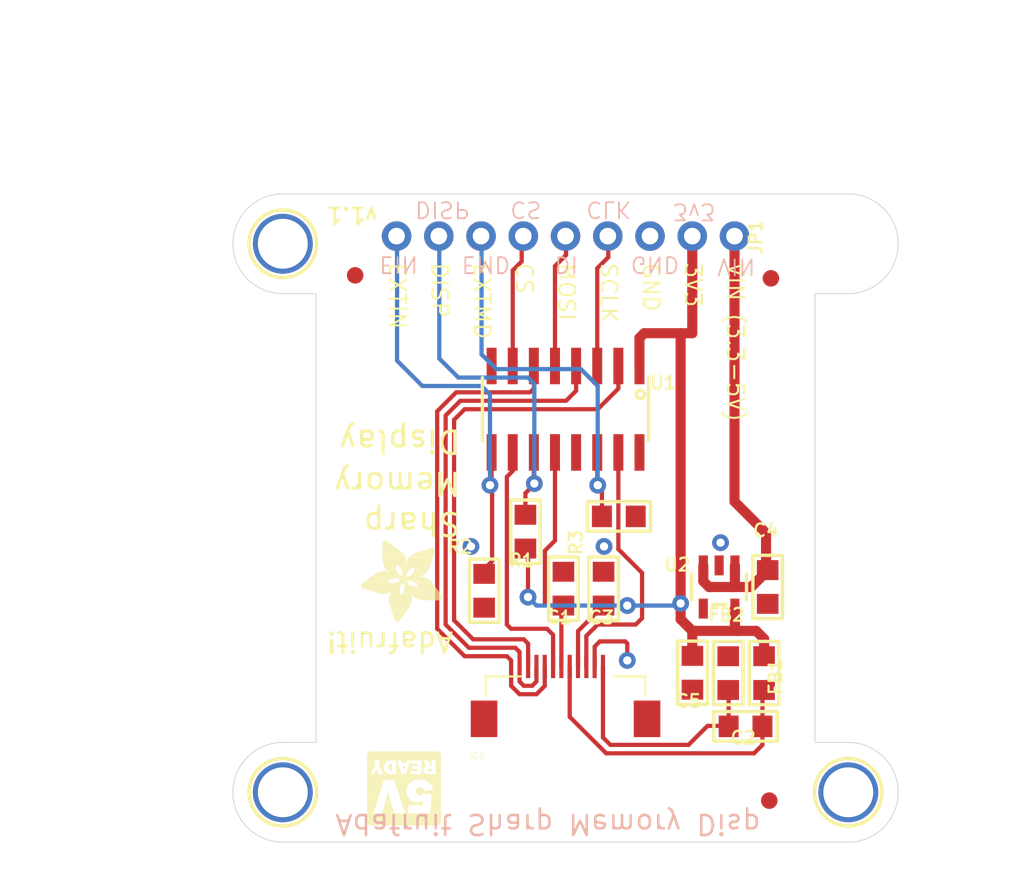
<source format=kicad_pcb>
(kicad_pcb (version 20171130) (host pcbnew 5.1.6-c6e7f7d~87~ubuntu18.04.1)
  (layers (0 Top signal) (1 Route2 signal) (2 Route3 signal) (3 Route4 signal) (4 Route5 signal) (5 Route6 signal) (6 Route7 signal) (7 Route8 signal) (8 Route9 signal) (9 Route10 signal) (10 Route11 signal) (11 Route12 signal) (12 Route13 signal) (13 Route14 signal) (14 Route15 signal) (31 Bottom signal) (34 B.Paste user) (35 F.Paste user) (36 B.SilkS user) (37 F.SilkS user) (38 B.Mask user) (39 F.Mask user) (44 Edge.Cuts user))
  (net 0 "")
  (net 1 AVDD)
  (net 2 AGND)
  (net 3 GND)
  (net 4 VIN)
  (net 5 3.3V)
  (net 6 /EXTMODE)
  (net 7 /DISP)
  (net 8 /EXTCOMIN)
  (net 9 /SCS)
  (net 10 /SI)
  (net 11 /SCLK)
  (net 12 /EXTCOMIN_5V)
  (net 13 /DISP_5V)
  (net 14 /EXTMODE_5V)
  (net 15 /SCS_5V)
  (net 16 /SI_5V)
  (net 17 /SCLK_5V)
  (net 18 "Net-(U2-Pad4)")
  (module Adafruit_SharpMemoryDisplay:MOUNTINGHOLE_3.0_PLATEDTHIN (layer Top) (at 135.8589 105.0064 180)
    (fp_text reference U$28 hide)
    (fp_text value MOUNTINGHOLE3.0THIN hide)
    (pad P$1 thru_hole circle (at 0 0 180) (size 3.6 3.6) (drill 3) (layers *.Cu *.Mask))
  )
  (module Adafruit_SharpMemoryDisplay:FPC_10PIN_52892-1095 (layer Top) (at 152.8589 130.4364)
    (fp_text reference IC1 (at -4.826 5.588) (layer F.SilkS) (effects (font (size 0.38608 0.38608) (thickness 0.030886)) (justify right bottom)))
    (fp_text value LS013B4DN04)
    (pad SUPPORT2 smd rect (at 4.9 3.15) (size 1.6 2.2) (layers Top F.Paste F.Mask))
    (pad SUPPORT1 smd rect (at -4.9 3.15) (size 1.6 2.2) (layers Top F.Paste F.Mask))
    (pad P$10 smd rect (at 2.25 0) (size 0.25 1.4) (layers Top F.Paste F.Mask) (net 2 AGND))
    (pad P$9 smd rect (at 1.75 0) (size 0.25 1.4) (layers Top F.Paste F.Mask) (net 3 GND))
    (pad P$8 smd rect (at 1.25 0) (size 0.25 1.4) (layers Top F.Paste F.Mask) (net 6 /EXTMODE))
    (pad P$7 smd rect (at 0.75 0) (size 0.25 1.4) (layers Top F.Paste F.Mask) (net 5 3.3V))
    (pad P$6 smd rect (at 0.25 0) (size 0.25 1.4) (layers Top F.Paste F.Mask) (net 1 AVDD))
    (pad P$5 smd rect (at -0.25 0) (size 0.25 1.4) (layers Top F.Paste F.Mask) (net 7 /DISP))
    (pad P$4 smd rect (at -0.75 0) (size 0.25 1.4) (layers Top F.Paste F.Mask) (net 8 /EXTCOMIN))
    (pad P$3 smd rect (at -1.25 0) (size 0.25 1.4) (layers Top F.Paste F.Mask) (net 9 /SCS))
    (pad P$2 smd rect (at -1.75 0) (size 0.25 1.4) (layers Top F.Paste F.Mask) (net 10 /SI))
    (pad P$1 smd rect (at -2.25 0) (size 0.25 1.4) (layers Top F.Paste F.Mask) (net 11 /SCLK))
  )
  (module Adafruit_SharpMemoryDisplay:1X09_ROUND_70 (layer Top) (at 152.8589 104.5464 180)
    (fp_text reference JP1 (at -11.8908 1.0632 90) (layer F.SilkS) (effects (font (size 0.77216 0.77216) (thickness 0.138988)) (justify right bottom)))
    (fp_text value HEADER-1X970MIL)
    (pad 9 thru_hole circle (at 10.16 0 270) (size 1.778 1.778) (drill 1) (layers *.Cu *.Mask) (net 12 /EXTCOMIN_5V))
    (pad 8 thru_hole circle (at 7.62 0 270) (size 1.778 1.778) (drill 1) (layers *.Cu *.Mask) (net 13 /DISP_5V))
    (pad 7 thru_hole circle (at 5.08 0 270) (size 1.778 1.778) (drill 1) (layers *.Cu *.Mask) (net 14 /EXTMODE_5V))
    (pad 6 thru_hole circle (at 2.54 0 270) (size 1.778 1.778) (drill 1) (layers *.Cu *.Mask) (net 15 /SCS_5V))
    (pad 5 thru_hole circle (at 0 0 270) (size 1.778 1.778) (drill 1) (layers *.Cu *.Mask) (net 16 /SI_5V))
    (pad 4 thru_hole circle (at -2.54 0 270) (size 1.778 1.778) (drill 1) (layers *.Cu *.Mask) (net 17 /SCLK_5V))
    (pad 3 thru_hole circle (at -5.08 0 270) (size 1.778 1.778) (drill 1) (layers *.Cu *.Mask) (net 3 GND))
    (pad 2 thru_hole circle (at -7.62 0 270) (size 1.778 1.778) (drill 1) (layers *.Cu *.Mask) (net 5 3.3V))
    (pad 1 thru_hole circle (at -10.16 0 270) (size 1.778 1.778) (drill 1) (layers *.Cu *.Mask) (net 4 VIN))
  )
  (module Adafruit_SharpMemoryDisplay:MOUNTINGHOLE_3.0_PLATEDTHIN (layer Top) (at 169.8589 138.0064 180)
    (fp_text reference U$21 hide)
    (fp_text value MOUNTINGHOLE3.0THIN hide)
    (pad P$1 thru_hole circle (at 0 0 180) (size 3.6 3.6) (drill 3) (layers *.Cu *.Mask))
  )
  (module Adafruit_SharpMemoryDisplay:MOUNTINGHOLE_3.0_PLATEDTHIN (layer Top) (at 135.8589 138.0064 180)
    (fp_text reference U$22 hide)
    (fp_text value MOUNTINGHOLE3.0THIN hide)
    (pad P$1 thru_hole circle (at 0 0 180) (size 3.6 3.6) (drill 3) (layers *.Cu *.Mask))
  )
  (module Adafruit_SharpMemoryDisplay:FIDUCIAL_1MM (layer Top) (at 140.2089 106.9064 180)
    (fp_text reference FID1 hide)
    (fp_text value FIDUCIAL"" hide)
    (pad 1 smd roundrect (at 0 0 180) (size 1 1) (layers Top F.Mask) (roundrect_rratio 0.5))
  )
  (module Adafruit_SharpMemoryDisplay:FIDUCIAL_1MM (layer Top) (at 165.1089 138.5064 180)
    (fp_text reference FID2 hide)
    (fp_text value FIDUCIAL"" hide)
    (pad 1 smd roundrect (at 0 0 180) (size 1 1) (layers Top F.Mask) (roundrect_rratio 0.5))
  )
  (module Adafruit_SharpMemoryDisplay:_0805 (layer Top) (at 150.4459 122.3264 90)
    (fp_text reference R1 (at -2.188 0.6005) (layer F.SilkS) (effects (font (size 0.77216 0.77216) (thickness 0.138988)) (justify right bottom)))
    (fp_text value 10K)
    (pad 2 smd rect (at 1.016 0 90) (size 1.2 1.3) (layers Top F.Paste F.Mask) (net 13 /DISP_5V))
    (pad 1 smd rect (at -1.016 0 90) (size 1.2 1.3) (layers Top F.Paste F.Mask) (net 5 3.3V))
  )
  (module Adafruit_SharpMemoryDisplay:_0805 (layer Top) (at 147.9639 125.8824 270)
    (fp_text reference R2 (at -2.188 0.6005) (layer F.SilkS) (effects (font (size 0.77216 0.77216) (thickness 0.138988)) (justify right bottom)))
    (fp_text value 10K)
    (pad 2 smd rect (at 1.016 0 270) (size 1.2 1.3) (layers Top F.Paste F.Mask) (net 3 GND))
    (pad 1 smd rect (at -1.016 0 270) (size 1.2 1.3) (layers Top F.Paste F.Mask) (net 12 /EXTCOMIN_5V))
  )
  (module Adafruit_SharpMemoryDisplay:_0805 (layer Top) (at 156.0629 121.4084 180)
    (fp_text reference R3 (at 2.13 -0.7275 90) (layer F.SilkS) (effects (font (size 0.77216 0.77216) (thickness 0.138988)) (justify right bottom)))
    (fp_text value 10K)
    (pad 2 smd rect (at 1.016 0 180) (size 1.2 1.3) (layers Top F.Paste F.Mask) (net 14 /EXTMODE_5V))
    (pad 1 smd rect (at -1.016 0 180) (size 1.2 1.3) (layers Top F.Paste F.Mask) (net 3 GND))
  )
  (module Adafruit_SharpMemoryDisplay:_0805 (layer Top) (at 152.7319 125.7554 90)
    (fp_text reference C1 (at -2.188 0.6005) (layer F.SilkS) (effects (font (size 0.77216 0.77216) (thickness 0.138988)) (justify right bottom)))
    (fp_text value 0.1µF)
    (pad 2 smd rect (at 1.016 0 90) (size 1.2 1.3) (layers Top F.Paste F.Mask) (net 3 GND))
    (pad 1 smd rect (at -1.016 0 90) (size 1.2 1.3) (layers Top F.Paste F.Mask) (net 7 /DISP))
  )
  (module Adafruit_SharpMemoryDisplay:_0805 (layer Top) (at 163.6829 134.0394 180)
    (fp_text reference C2 (at -0.6985 -1.143) (layer F.SilkS) (effects (font (size 0.77216 0.77216) (thickness 0.138988)) (justify right bottom)))
    (fp_text value 1µF)
    (pad 2 smd rect (at 1.016 0 180) (size 1.2 1.3) (layers Top F.Paste F.Mask) (net 2 AGND))
    (pad 1 smd rect (at -1.016 0 180) (size 1.2 1.3) (layers Top F.Paste F.Mask) (net 1 AVDD))
  )
  (module Adafruit_SharpMemoryDisplay:_0805 (layer Top) (at 155.1449 125.7554 90)
    (fp_text reference C3 (at -2.188 0.7275) (layer F.SilkS) (effects (font (size 0.77216 0.77216) (thickness 0.138988)) (justify right bottom)))
    (fp_text value 1µF)
    (pad 2 smd rect (at 1.016 0 90) (size 1.2 1.3) (layers Top F.Paste F.Mask) (net 3 GND))
    (pad 1 smd rect (at -1.016 0 90) (size 1.2 1.3) (layers Top F.Paste F.Mask) (net 5 3.3V))
  )
  (module Adafruit_SharpMemoryDisplay:_0805 (layer Top) (at 164.7969 130.8354 270)
    (fp_text reference FB1 (at -0.9525 -1.143 90) (layer F.SilkS) (effects (font (size 0.77216 0.77216) (thickness 0.138988)) (justify right bottom)))
    (fp_text value FERRITE_0805)
    (pad 2 smd rect (at 1.016 0 270) (size 1.2 1.3) (layers Top F.Paste F.Mask) (net 1 AVDD))
    (pad 1 smd rect (at -1.016 0 270) (size 1.2 1.3) (layers Top F.Paste F.Mask) (net 5 3.3V))
  )
  (module Adafruit_SharpMemoryDisplay:_0805 (layer Top) (at 162.6379 130.8354 270)
    (fp_text reference FB2 (at -3.05 -1.0705) (layer F.SilkS) (effects (font (size 0.77216 0.77216) (thickness 0.138988)) (justify right bottom)))
    (fp_text value FERRITE_0805)
    (pad 2 smd rect (at 1.016 0 270) (size 1.2 1.3) (layers Top F.Paste F.Mask) (net 2 AGND))
    (pad 1 smd rect (at -1.016 0 270) (size 1.2 1.3) (layers Top F.Paste F.Mask) (net 3 GND))
  )
  (module Adafruit_SharpMemoryDisplay:SOIC16 (layer Top) (at 152.8589 114.9604 180)
    (fp_text reference U1 (at -6.731 1.143) (layer F.SilkS) (effects (font (size 0.77216 0.77216) (thickness 0.138988)) (justify right bottom)))
    (fp_text value 74HC4050D)
    (pad 16 smd rect (at -4.445 -2.6 180) (size 0.6 2.2) (layers Top F.Paste F.Mask))
    (pad 15 smd rect (at -3.175 -2.6 180) (size 0.6 2.2) (layers Top F.Paste F.Mask) (net 6 /EXTMODE))
    (pad 8 smd rect (at 4.445 2.6 180) (size 0.6 2.2) (layers Top F.Paste F.Mask) (net 3 GND))
    (pad 10 smd rect (at 3.175 -2.6 180) (size 0.6 2.2) (layers Top F.Paste F.Mask) (net 8 /EXTCOMIN))
    (pad 7 smd rect (at 3.175 2.6 180) (size 0.6 2.2) (layers Top F.Paste F.Mask) (net 15 /SCS_5V))
    (pad 5 smd rect (at 0.635 2.6 180) (size 0.6 2.2) (layers Top F.Paste F.Mask) (net 16 /SI_5V))
    (pad 9 smd rect (at 4.445 -2.6 180) (size 0.6 2.2) (layers Top F.Paste F.Mask) (net 12 /EXTCOMIN_5V))
    (pad 6 smd rect (at 1.905 2.6 180) (size 0.6 2.2) (layers Top F.Paste F.Mask) (net 9 /SCS))
    (pad 11 smd rect (at 1.905 -2.6 180) (size 0.6 2.2) (layers Top F.Paste F.Mask) (net 13 /DISP_5V))
    (pad 12 smd rect (at 0.635 -2.6 180) (size 0.6 2.2) (layers Top F.Paste F.Mask) (net 7 /DISP))
    (pad 14 smd rect (at -1.905 -2.6 180) (size 0.6 2.2) (layers Top F.Paste F.Mask) (net 14 /EXTMODE_5V))
    (pad 4 smd rect (at -0.635 2.6 180) (size 0.6 2.2) (layers Top F.Paste F.Mask) (net 10 /SI))
    (pad 3 smd rect (at -1.905 2.6 180) (size 0.6 2.2) (layers Top F.Paste F.Mask) (net 17 /SCLK_5V))
    (pad 1 smd rect (at -4.445 2.6 180) (size 0.6 2.2) (layers Top F.Paste F.Mask) (net 5 3.3V))
    (pad 13 smd rect (at -0.635 -2.6 180) (size 0.6 2.2) (layers Top F.Paste F.Mask))
    (pad 2 smd rect (at -3.175 2.6 180) (size 0.6 2.2) (layers Top F.Paste F.Mask) (net 11 /SCLK))
  )
  (module Adafruit_SharpMemoryDisplay:SOT23-5 (layer Top) (at 162.0919 125.6554 180)
    (fp_text reference U2 (at 1.651 0.889) (layer F.SilkS) (effects (font (size 0.77216 0.77216) (thickness 0.138988)) (justify right bottom)))
    (fp_text value MCP1824T-3302E/OT)
    (pad 5 smd rect (at -0.95 -1.3001 180) (size 0.55 1.2) (layers Top F.Paste F.Mask) (net 5 3.3V))
    (pad 4 smd rect (at 0.95 -1.3001 180) (size 0.55 1.2) (layers Top F.Paste F.Mask) (net 18 "Net-(U2-Pad4)"))
    (pad 3 smd rect (at 0.95 1.3001 180) (size 0.55 1.2) (layers Top F.Paste F.Mask) (net 4 VIN))
    (pad 2 smd rect (at 0 1.3001 180) (size 0.55 1.2) (layers Top F.Paste F.Mask) (net 3 GND))
    (pad 1 smd rect (at -0.95 1.3001 180) (size 0.55 1.2) (layers Top F.Paste F.Mask) (net 4 VIN))
  )
  (module Adafruit_SharpMemoryDisplay:_0805 (layer Top) (at 165.0129 125.6554 270)
    (fp_text reference C4 (at -2.95 -0.7275) (layer F.SilkS) (effects (font (size 0.77216 0.77216) (thickness 0.138988)) (justify right bottom)))
    (fp_text value 10µF)
    (pad 2 smd rect (at 1.016 0 270) (size 1.2 1.3) (layers Top F.Paste F.Mask) (net 3 GND))
    (pad 1 smd rect (at -1.016 0 270) (size 1.2 1.3) (layers Top F.Paste F.Mask) (net 4 VIN))
  )
  (module Adafruit_SharpMemoryDisplay:_0805 (layer Top) (at 160.4879 130.8174 270)
    (fp_text reference C5 (at 2.157 -0.6095) (layer F.SilkS) (effects (font (size 0.77216 0.77216) (thickness 0.138988)) (justify right bottom)))
    (fp_text value 10µF)
    (pad 2 smd rect (at 1.016 0 270) (size 1.2 1.3) (layers Top F.Paste F.Mask) (net 3 GND))
    (pad 1 smd rect (at -1.016 0 270) (size 1.2 1.3) (layers Top F.Paste F.Mask) (net 5 3.3V))
  )
  (module Adafruit_SharpMemoryDisplay:ADAFRUIT_5MM (layer Top) (at 145.4409 122.8744 180)
    (fp_text reference U$29 hide)
    (fp_text value "" hide)
  )
  (module Adafruit_SharpMemoryDisplay:LOGIC_5VREADY_5MM (layer Top) (at 145.6489 135.2804 180)
    (fp_text reference U$19 hide)
    (fp_text value "" hide)
  )
  (module Adafruit_SharpMemoryDisplay:FIDUCIAL_1MM (layer Top) (at 165.2069 107.0864 180)
    (fp_text reference FID3 hide)
    (fp_text value FIDUCIAL"" hide)
    (pad 1 smd roundrect (at 0 0 180) (size 1 1) (layers Top F.Mask) (roundrect_rratio 0.5))
  )
  (gr_text "VIN (3.3-5V)" (at 162.5109 106.0704 270) (layer F.SilkS) (effects (font (size 0.9652 0.9652) (thickness 0.12192)) (justify left bottom)))
  (gr_text 3V3 (at 159.9709 106.0704 270) (layer F.SilkS) (effects (font (size 0.9652 0.9652) (thickness 0.12192)) (justify left bottom)))
  (gr_text GND (at 157.4309 106.0704 270) (layer F.SilkS) (effects (font (size 0.9652 0.9652) (thickness 0.12192)) (justify left bottom)))
  (gr_text SCLK (at 154.8909 106.0704 270) (layer F.SilkS) (effects (font (size 0.9652 0.9652) (thickness 0.12192)) (justify left bottom)))
  (gr_text MOSI (at 152.3509 106.0704 270) (layer F.SilkS) (effects (font (size 0.9652 0.9652) (thickness 0.12192)) (justify left bottom)))
  (gr_text CS (at 149.8109 106.0704 270) (layer F.SilkS) (effects (font (size 0.9652 0.9652) (thickness 0.12192)) (justify left bottom)))
  (gr_text EXTIN (at 142.1909 106.0704 270) (layer F.SilkS) (effects (font (size 0.9652 0.9652) (thickness 0.12192)) (justify left bottom)))
  (gr_text EXTMD (at 147.2709 106.0704 270) (layer F.SilkS) (effects (font (size 0.9652 0.9652) (thickness 0.12192)) (justify left bottom)))
  (gr_text DISP (at 144.7309 106.0704 270) (layer F.SilkS) (effects (font (size 0.9652 0.9652) (thickness 0.12192)) (justify left bottom)))
  (gr_text Sharp (at 146.6419 121.0484 180) (layer F.SilkS) (effects (font (size 1.35128 1.35128) (thickness 0.184912)) (justify left bottom)))
  (gr_text Adafruit! (at 138.3989 129.6584 180) (layer F.SilkS) (effects (font (size 1.2065 1.2065) (thickness 0.1651)) (justify right top)))
  (gr_arc (start 169.8589 105.0064) (end 172.8589 105.0064) (angle 90) (layer Edge.Cuts) (width 0.05))
  (gr_line (start 169.8589 108.0064) (end 167.8589 108.0064) (layer Edge.Cuts) (width 0.05))
  (gr_line (start 167.8589 108.0064) (end 167.8589 135.0064) (layer Edge.Cuts) (width 0.05))
  (gr_line (start 167.8589 135.0064) (end 169.8589 135.0064) (layer Edge.Cuts) (width 0.05))
  (gr_arc (start 169.8589 138.0064) (end 169.8589 135.0064) (angle 90) (layer Edge.Cuts) (width 0.05))
  (gr_arc (start 169.8589 138.0064) (end 172.8589 138.0064) (angle 90) (layer Edge.Cuts) (width 0.05))
  (gr_line (start 169.8589 141.0064) (end 135.8589 141.0064) (layer Edge.Cuts) (width 0.05))
  (gr_arc (start 135.8589 138.0064) (end 135.8589 141.0064) (angle 90) (layer Edge.Cuts) (width 0.05))
  (gr_arc (start 135.8589 138.0064) (end 132.8589 138.0064) (angle 90) (layer Edge.Cuts) (width 0.05))
  (gr_line (start 135.8589 135.0064) (end 137.8589 135.0064) (layer Edge.Cuts) (width 0.05))
  (gr_line (start 137.8589 135.0064) (end 137.8589 108.0064) (layer Edge.Cuts) (width 0.05))
  (gr_line (start 137.8589 108.0064) (end 135.8589 108.0064) (layer Edge.Cuts) (width 0.05))
  (gr_arc (start 135.8589 105.0064) (end 135.8589 108.0064) (angle 90) (layer Edge.Cuts) (width 0.05))
  (gr_arc (start 135.8589 105.0064) (end 132.8589 105.0064) (angle 90) (layer Edge.Cuts) (width 0.05))
  (gr_line (start 135.8589 102.0064) (end 169.8589 102.0064) (layer Edge.Cuts) (width 0.05))
  (gr_arc (start 169.8589 105.0064) (end 169.8589 102.0064) (angle 90) (layer Edge.Cuts) (width 0.05))
  (gr_text v1.1 (at 141.6569 102.7354 180) (layer F.SilkS) (effects (font (size 0.9652 0.9652) (thickness 0.16256)) (justify left bottom)))
  (gr_text VIN (at 161.9049 105.8164 180) (layer B.SilkS) (effects (font (size 0.9652 0.9652) (thickness 0.1016)) (justify left bottom mirror)))
  (gr_text 3v3 (at 159.2379 102.5144 180) (layer B.SilkS) (effects (font (size 0.9652 0.9652) (thickness 0.1016)) (justify left bottom mirror)))
  (gr_text GND (at 156.6979 105.6894 180) (layer B.SilkS) (effects (font (size 0.9652 0.9652) (thickness 0.1016)) (justify left bottom mirror)))
  (gr_text CLK (at 154.0309 102.3874 180) (layer B.SilkS) (effects (font (size 0.9652 0.9652) (thickness 0.1016)) (justify left bottom mirror)))
  (gr_text DI (at 152.1259 105.6894 180) (layer B.SilkS) (effects (font (size 0.9652 0.9652) (thickness 0.1016)) (justify left bottom mirror)))
  (gr_text CS (at 149.4589 102.3874 180) (layer B.SilkS) (effects (font (size 0.9652 0.9652) (thickness 0.1016)) (justify left bottom mirror)))
  (gr_text EMD (at 146.5379 105.6894 180) (layer B.SilkS) (effects (font (size 0.9652 0.9652) (thickness 0.1016)) (justify left bottom mirror)))
  (gr_text DISP (at 143.7439 102.3874 180) (layer B.SilkS) (effects (font (size 0.9652 0.9652) (thickness 0.1016)) (justify left bottom mirror)))
  (gr_text EIN (at 141.5849 105.6894 180) (layer B.SilkS) (effects (font (size 0.9652 0.9652) (thickness 0.1016)) (justify left bottom mirror)))
  (gr_text Memory (at 146.6419 118.6354 180) (layer F.SilkS) (effects (font (size 1.35128 1.35128) (thickness 0.184912)) (justify left bottom)))
  (gr_text Display (at 146.6419 116.0954 180) (layer F.SilkS) (effects (font (size 1.35128 1.35128) (thickness 0.184912)) (justify left bottom)))
  (gr_text "Adafruit Sharp Memory Disp" (at 138.9179 139.2174 180) (layer B.SilkS) (effects (font (size 1.2065 1.2065) (thickness 0.1524)) (justify left bottom mirror)))
  (segment (start 164.6989 134.0394) (end 164.6989 131.9494) (width 0.254) (layer Top) (net 1))
  (segment (start 164.6989 131.9494) (end 164.7969 131.8514) (width 0.254) (layer Top) (net 1))
  (segment (start 153.1089 130.4364) (end 153.1089 133.4694) (width 0.254) (layer Top) (net 1))
  (segment (start 153.1089 133.4694) (end 155.3009 135.6614) (width 0.254) (layer Top) (net 1))
  (segment (start 155.3009 135.6614) (end 164.1909 135.6614) (width 0.254) (layer Top) (net 1))
  (segment (start 164.1909 135.6614) (end 164.6989 135.1534) (width 0.254) (layer Top) (net 1))
  (segment (start 164.6989 135.1534) (end 164.6989 134.0394) (width 0.254) (layer Top) (net 1))
  (segment (start 162.6669 134.0394) (end 162.6669 131.8804) (width 0.254) (layer Top) (net 2))
  (segment (start 162.6669 131.8804) (end 162.6379 131.8514) (width 0.254) (layer Top) (net 2))
  (segment (start 155.1089 130.4364) (end 155.1089 134.7074) (width 0.254) (layer Top) (net 2))
  (segment (start 155.1089 134.7074) (end 155.5549 135.1534) (width 0.254) (layer Top) (net 2))
  (segment (start 155.5549 135.1534) (end 160.2539 135.1534) (width 0.254) (layer Top) (net 2))
  (segment (start 160.2539 135.1534) (end 161.3969 134.0104) (width 0.254) (layer Top) (net 2))
  (segment (start 161.3969 134.0104) (end 162.6379 134.0104) (width 0.254) (layer Top) (net 2))
  (segment (start 162.6379 134.0104) (end 162.6669 134.0394) (width 0.254) (layer Top) (net 2))
  (via (at 147.1729 123.2154) (size 1.008) (drill 0.5) (layers Top Bottom) (net 3))
  (via (at 155.1739 123.2154) (size 1.008) (drill 0.5) (layers Top Bottom) (net 3))
  (via (at 156.5709 130.0734) (size 1.008) (drill 0.5) (layers Top Bottom) (net 3))
  (via (at 162.1779 122.9884) (size 1.008) (drill 0.5) (layers Top Bottom) (net 3))
  (segment (start 154.6089 130.4364) (end 154.6089 129.2414) (width 0.254) (layer Top) (net 3))
  (segment (start 154.6089 129.2414) (end 154.9199 128.9304) (width 0.254) (layer Top) (net 3))
  (segment (start 154.9199 128.9304) (end 156.4439 128.9304) (width 0.254) (layer Top) (net 3))
  (segment (start 156.4439 128.9304) (end 156.5709 129.0574) (width 0.254) (layer Top) (net 3))
  (segment (start 156.5709 129.0574) (end 156.5709 130.0734) (width 0.254) (layer Top) (net 3))
  (segment (start 163.0189 104.5464) (end 163.0189 120.5194) (width 0.6096) (layer Top) (net 4))
  (segment (start 163.0189 120.5194) (end 164.9149 122.4154) (width 0.6096) (layer Top) (net 4))
  (segment (start 164.9149 122.4154) (end 164.9149 124.5414) (width 0.6096) (layer Top) (net 4))
  (segment (start 164.9149 124.5414) (end 165.0129 124.6394) (width 0.6096) (layer Top) (net 4))
  (segment (start 164.9149 124.5414) (end 164.9149 124.7664) (width 0.6096) (layer Top) (net 4))
  (segment (start 164.9149 124.7664) (end 164.0259 125.6554) (width 0.6096) (layer Top) (net 4))
  (segment (start 164.0259 125.6554) (end 162.8829 125.6554) (width 0.6096) (layer Top) (net 4))
  (segment (start 162.8829 125.6554) (end 161.4859 125.6554) (width 0.6096) (layer Top) (net 4))
  (segment (start 161.4859 125.6554) (end 161.1419 125.3114) (width 0.6096) (layer Top) (net 4))
  (segment (start 161.1419 124.3553) (end 161.1419 125.3114) (width 0.6096) (layer Top) (net 4))
  (segment (start 163.0419 124.3553) (end 163.0419 125.4964) (width 0.6096) (layer Top) (net 4))
  (segment (start 163.0419 125.4964) (end 162.8829 125.6554) (width 0.6096) (layer Top) (net 4))
  (segment (start 160.4789 104.5464) (end 160.4789 110.3884) (width 0.6096) (layer Top) (net 5))
  (segment (start 160.4789 128.2954) (end 160.4789 129.7524) (width 0.6096) (layer Top) (net 5))
  (segment (start 160.4789 129.7524) (end 160.4879 129.8014) (width 0.6096) (layer Top) (net 5))
  (segment (start 164.7969 129.8194) (end 164.7969 128.7744) (width 0.6096) (layer Top) (net 5))
  (segment (start 164.7969 128.7744) (end 164.3179 128.2954) (width 0.6096) (layer Top) (net 5))
  (segment (start 164.3179 128.2954) (end 163.2099 128.2954) (width 0.6096) (layer Top) (net 5))
  (segment (start 163.2099 128.2954) (end 160.4789 128.2954) (width 0.6096) (layer Top) (net 5))
  (segment (start 163.0419 126.9555) (end 163.0419 128.2634) (width 0.6096) (layer Top) (net 5))
  (segment (start 163.0419 128.2634) (end 163.2099 128.2954) (width 0.6096) (layer Top) (net 5))
  (segment (start 157.3039 112.3604) (end 157.3039 110.6714) (width 0.6096) (layer Top) (net 5))
  (segment (start 157.3039 110.6714) (end 157.5869 110.3884) (width 0.6096) (layer Top) (net 5))
  (segment (start 157.5869 110.3884) (end 159.7789 110.3884) (width 0.6096) (layer Top) (net 5))
  (segment (start 159.7789 110.3884) (end 160.4789 110.3884) (width 0.6096) (layer Top) (net 5))
  (segment (start 153.6089 130.4364) (end 153.6089 128.3074) (width 0.254) (layer Top) (net 5))
  (segment (start 153.6089 128.3074) (end 155.1449 126.7714) (width 0.254) (layer Top) (net 5))
  (segment (start 155.1449 126.7714) (end 156.5709 126.7714) (width 0.254) (layer Top) (net 5))
  (via (at 156.5709 126.7714) (size 1.008) (drill 0.5) (layers Top Bottom) (net 5))
  (segment (start 156.5709 126.7714) (end 159.6519 126.7714) (width 0.254) (layer Bottom) (net 5))
  (segment (start 159.6519 126.7714) (end 159.7789 126.6444) (width 0.254) (layer Bottom) (net 5))
  (via (at 159.7789 126.6444) (size 1.008) (drill 0.5) (layers Top Bottom) (net 5))
  (segment (start 160.4789 128.2954) (end 159.7789 127.5954) (width 0.6096) (layer Top) (net 5))
  (segment (start 159.7789 127.5954) (end 159.7789 126.6444) (width 0.6096) (layer Top) (net 5))
  (segment (start 159.7789 126.6444) (end 159.7789 110.3884) (width 0.6096) (layer Top) (net 5))
  (segment (start 150.4459 123.3424) (end 150.6019 123.4984) (width 0.254) (layer Top) (net 5))
  (segment (start 150.6019 123.4984) (end 150.6019 126.2634) (width 0.254) (layer Top) (net 5))
  (via (at 150.6019 126.2634) (size 1.008) (drill 0.5) (layers Top Bottom) (net 5))
  (segment (start 150.6019 126.2634) (end 151.1099 126.7714) (width 0.254) (layer Bottom) (net 5))
  (segment (start 151.1099 126.7714) (end 156.5709 126.7714) (width 0.254) (layer Bottom) (net 5))
  (segment (start 154.1089 130.4364) (end 154.1089 128.5984) (width 0.254) (layer Top) (net 6))
  (segment (start 154.1089 128.5984) (end 154.7929 127.9144) (width 0.254) (layer Top) (net 6))
  (segment (start 157.4599 124.8074) (end 156.0339 123.3814) (width 0.254) (layer Top) (net 6))
  (segment (start 156.0339 123.3814) (end 156.0339 117.5604) (width 0.254) (layer Top) (net 6))
  (segment (start 157.4599 124.8074) (end 157.4599 127.5334) (width 0.254) (layer Top) (net 6))
  (segment (start 157.4599 127.5334) (end 157.0789 127.9144) (width 0.254) (layer Top) (net 6))
  (segment (start 157.0789 127.9144) (end 154.7929 127.9144) (width 0.254) (layer Top) (net 6))
  (segment (start 152.6089 130.4364) (end 152.6089 126.8944) (width 0.254) (layer Top) (net 7))
  (segment (start 152.6089 126.8944) (end 152.7319 126.7714) (width 0.254) (layer Top) (net 7))
  (segment (start 152.2239 117.5604) (end 152.2239 122.8634) (width 0.254) (layer Top) (net 7))
  (segment (start 152.2239 122.8634) (end 151.6179 123.4694) (width 0.254) (layer Top) (net 7))
  (segment (start 151.6179 123.4694) (end 151.6179 126.7714) (width 0.254) (layer Top) (net 7))
  (segment (start 151.6179 126.7714) (end 152.7319 126.7714) (width 0.254) (layer Top) (net 7))
  (segment (start 149.6839 117.5604) (end 149.6839 118.6724) (width 0.254) (layer Top) (net 8))
  (segment (start 149.6839 118.6724) (end 149.3319 119.0244) (width 0.254) (layer Top) (net 8))
  (segment (start 149.3319 119.0244) (end 149.3319 127.9144) (width 0.254) (layer Top) (net 8))
  (segment (start 149.3319 127.9144) (end 149.5859 128.1684) (width 0.254) (layer Top) (net 8))
  (segment (start 149.5859 128.1684) (end 151.7449 128.1684) (width 0.254) (layer Top) (net 8))
  (segment (start 151.7449 128.1684) (end 152.1089 128.5324) (width 0.254) (layer Top) (net 8))
  (segment (start 152.1089 130.4364) (end 152.1089 128.5324) (width 0.254) (layer Top) (net 8))
  (segment (start 151.6089 130.4364) (end 151.6089 131.6064) (width 0.254) (layer Top) (net 9))
  (segment (start 151.6089 131.6064) (end 151.1099 132.1054) (width 0.254) (layer Top) (net 9))
  (segment (start 151.1099 132.1054) (end 150.0939 132.1054) (width 0.254) (layer Top) (net 9))
  (segment (start 150.0939 132.1054) (end 149.5859 131.5974) (width 0.254) (layer Top) (net 9))
  (segment (start 149.5859 131.5974) (end 149.5859 130.0734) (width 0.254) (layer Top) (net 9))
  (segment (start 149.5859 130.0734) (end 149.3319 129.8194) (width 0.254) (layer Top) (net 9))
  (segment (start 149.3319 129.8194) (end 146.7919 129.8194) (width 0.254) (layer Top) (net 9))
  (segment (start 146.7919 129.8194) (end 145.1409 128.1684) (width 0.254) (layer Top) (net 9))
  (segment (start 145.1409 128.1684) (end 145.1409 115.0874) (width 0.254) (layer Top) (net 9))
  (segment (start 146.2839 113.9444) (end 150.7289 113.9444) (width 0.254) (layer Top) (net 9))
  (segment (start 145.1409 115.0874) (end 146.2839 113.9444) (width 0.254) (layer Top) (net 9))
  (segment (start 150.9539 112.3604) (end 150.9539 113.7194) (width 0.254) (layer Top) (net 9))
  (segment (start 150.9539 113.7194) (end 150.7289 113.9444) (width 0.254) (layer Top) (net 9))
  (segment (start 151.1089 130.4364) (end 151.1089 131.3444) (width 0.254) (layer Top) (net 10))
  (segment (start 151.1089 131.3444) (end 150.8559 131.5974) (width 0.254) (layer Top) (net 10))
  (segment (start 150.8559 131.5974) (end 150.3479 131.5974) (width 0.254) (layer Top) (net 10))
  (segment (start 150.3479 131.5974) (end 150.0939 131.3434) (width 0.254) (layer Top) (net 10))
  (segment (start 150.0939 131.3434) (end 150.0939 129.5654) (width 0.254) (layer Top) (net 10))
  (segment (start 150.0939 129.5654) (end 149.8399 129.3114) (width 0.254) (layer Top) (net 10))
  (segment (start 149.8399 129.3114) (end 147.0459 129.3114) (width 0.254) (layer Top) (net 10))
  (segment (start 147.0459 129.3114) (end 145.6489 127.9144) (width 0.254) (layer Top) (net 10))
  (segment (start 145.6489 127.9144) (end 145.6489 115.3414) (width 0.254) (layer Top) (net 10))
  (segment (start 145.6489 115.3414) (end 146.5379 114.4524) (width 0.254) (layer Top) (net 10))
  (segment (start 146.5379 114.4524) (end 152.8879 114.4524) (width 0.254) (layer Top) (net 10))
  (segment (start 152.8879 114.4524) (end 153.4939 113.8464) (width 0.254) (layer Top) (net 10))
  (segment (start 153.4939 112.3604) (end 153.4939 113.8464) (width 0.254) (layer Top) (net 10))
  (segment (start 146.1569 115.5954) (end 146.1569 127.6604) (width 0.254) (layer Top) (net 11))
  (segment (start 146.1569 127.6604) (end 147.2999 128.8034) (width 0.254) (layer Top) (net 11))
  (segment (start 147.2999 128.8034) (end 150.3479 128.8034) (width 0.254) (layer Top) (net 11))
  (segment (start 150.3479 128.8034) (end 150.6089 129.0644) (width 0.254) (layer Top) (net 11))
  (segment (start 150.6089 130.4364) (end 150.6089 129.0644) (width 0.254) (layer Top) (net 11))
  (segment (start 146.1569 115.5954) (end 146.7919 114.9604) (width 0.254) (layer Top) (net 11))
  (segment (start 146.7919 114.9604) (end 154.7929 114.9604) (width 0.254) (layer Top) (net 11))
  (segment (start 154.7929 114.9604) (end 156.0339 113.7194) (width 0.254) (layer Top) (net 11))
  (segment (start 156.0339 112.3604) (end 156.0339 113.7194) (width 0.254) (layer Top) (net 11))
  (segment (start 148.4139 117.5604) (end 148.4139 119.4344) (width 0.254) (layer Top) (net 12))
  (segment (start 148.4139 119.4344) (end 148.3159 119.5324) (width 0.254) (layer Top) (net 12))
  (via (at 148.3159 119.5324) (size 1.008) (drill 0.5) (layers Top Bottom) (net 12))
  (segment (start 148.3159 119.5324) (end 148.3159 114.0714) (width 0.254) (layer Bottom) (net 12))
  (segment (start 148.3159 114.0714) (end 147.8079 113.5634) (width 0.254) (layer Bottom) (net 12))
  (segment (start 147.8079 113.5634) (end 144.2519 113.5634) (width 0.254) (layer Bottom) (net 12))
  (segment (start 144.2519 113.5634) (end 142.7279 112.0394) (width 0.254) (layer Bottom) (net 12))
  (segment (start 142.7279 112.0394) (end 142.7279 104.5754) (width 0.254) (layer Bottom) (net 12))
  (segment (start 142.7279 104.5754) (end 142.6989 104.5464) (width 0.254) (layer Bottom) (net 12))
  (segment (start 148.3159 119.5324) (end 148.4429 119.6594) (width 0.254) (layer Top) (net 12))
  (segment (start 148.4429 119.6594) (end 148.4429 124.1044) (width 0.254) (layer Top) (net 12))
  (segment (start 148.4429 124.1044) (end 147.9639 124.5834) (width 0.254) (layer Top) (net 12))
  (segment (start 147.9639 124.5834) (end 147.9639 124.8664) (width 0.254) (layer Top) (net 12))
  (segment (start 150.9539 117.5604) (end 150.9539 119.5034) (width 0.254) (layer Top) (net 13))
  (segment (start 150.9539 119.5034) (end 150.9829 119.4324) (width 0.254) (layer Top) (net 13))
  (via (at 150.9829 119.4324) (size 1.008) (drill 0.5) (layers Top Bottom) (net 13))
  (segment (start 150.9829 119.4324) (end 150.9829 113.4364) (width 0.254) (layer Bottom) (net 13))
  (segment (start 150.9829 113.4364) (end 150.6019 113.0554) (width 0.254) (layer Bottom) (net 13))
  (segment (start 150.6019 113.0554) (end 146.4109 113.0554) (width 0.254) (layer Bottom) (net 13))
  (segment (start 146.4109 113.0554) (end 145.2679 111.9124) (width 0.254) (layer Bottom) (net 13))
  (segment (start 145.2679 111.9124) (end 145.2679 104.5754) (width 0.254) (layer Bottom) (net 13))
  (segment (start 145.2679 104.5754) (end 145.2389 104.5464) (width 0.254) (layer Bottom) (net 13))
  (segment (start 150.9539 119.5034) (end 150.4459 120.0114) (width 0.254) (layer Top) (net 13))
  (segment (start 150.4459 120.0114) (end 150.4459 121.3104) (width 0.254) (layer Top) (net 13))
  (segment (start 154.7639 117.5604) (end 154.7639 119.5034) (width 0.254) (layer Top) (net 14))
  (segment (start 154.7639 119.5034) (end 154.7929 119.5324) (width 0.254) (layer Top) (net 14))
  (via (at 154.7929 119.5324) (size 1.008) (drill 0.5) (layers Top Bottom) (net 14))
  (segment (start 154.7929 119.5324) (end 154.7929 113.5634) (width 0.254) (layer Bottom) (net 14))
  (segment (start 154.7929 113.5634) (end 153.7769 112.5474) (width 0.254) (layer Bottom) (net 14))
  (segment (start 153.7769 112.5474) (end 148.6969 112.5474) (width 0.254) (layer Bottom) (net 14))
  (segment (start 148.6969 112.5474) (end 147.8079 111.6584) (width 0.254) (layer Bottom) (net 14))
  (segment (start 147.8079 111.6584) (end 147.8079 104.5754) (width 0.254) (layer Bottom) (net 14))
  (segment (start 147.8079 104.5754) (end 147.7789 104.5464) (width 0.254) (layer Bottom) (net 14))
  (segment (start 154.7929 119.5324) (end 155.0469 119.7864) (width 0.254) (layer Top) (net 14))
  (segment (start 155.0469 119.7864) (end 155.0469 121.4084) (width 0.254) (layer Top) (net 14))
  (segment (start 149.6839 112.3604) (end 149.6839 106.6074) (width 0.254) (layer Top) (net 15))
  (segment (start 149.6839 106.6074) (end 150.2209 106.0704) (width 0.254) (layer Top) (net 15))
  (segment (start 150.2209 106.0704) (end 150.2209 104.6444) (width 0.254) (layer Top) (net 15))
  (segment (start 150.2209 104.6444) (end 150.3189 104.5464) (width 0.254) (layer Top) (net 15))
  (segment (start 152.2239 112.3604) (end 152.2239 106.3534) (width 0.254) (layer Top) (net 16))
  (segment (start 152.2239 106.3534) (end 152.8879 105.6894) (width 0.254) (layer Top) (net 16))
  (segment (start 152.8879 105.6894) (end 152.8879 104.5754) (width 0.254) (layer Top) (net 16))
  (segment (start 152.8879 104.5754) (end 152.8589 104.5464) (width 0.254) (layer Top) (net 16))
  (segment (start 154.7639 112.3604) (end 154.7639 106.4804) (width 0.254) (layer Top) (net 17))
  (segment (start 154.7639 106.4804) (end 155.4279 105.8164) (width 0.254) (layer Top) (net 17))
  (segment (start 155.4279 105.8164) (end 155.4279 104.5754) (width 0.254) (layer Top) (net 17))
  (segment (start 155.4279 104.5754) (end 155.3989 104.5464) (width 0.254) (layer Top) (net 17))
)
</source>
